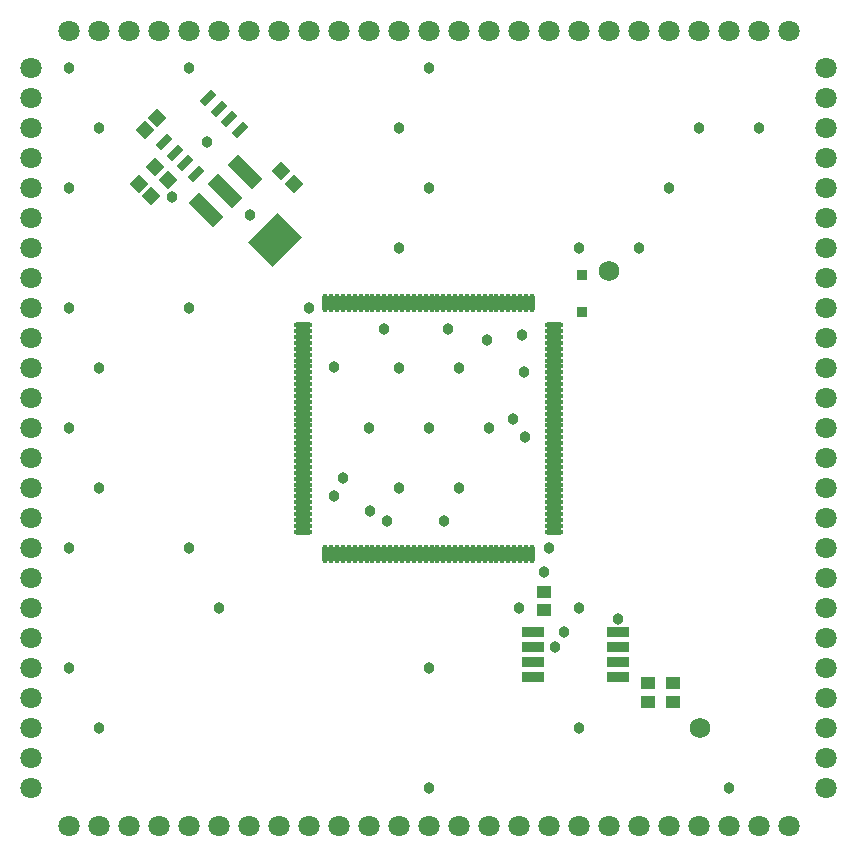
<source format=gts>
G04*
G04 #@! TF.GenerationSoftware,Altium Limited,Altium Designer,22.1.2 (22)*
G04*
G04 Layer_Color=8388736*
%FSLAX25Y25*%
%MOIN*%
G70*
G04*
G04 #@! TF.SameCoordinates,7EB5FEC4-0347-4BB5-A0A8-A435BEEEC189*
G04*
G04*
G04 #@! TF.FilePolarity,Negative*
G04*
G01*
G75*
G04:AMPARAMS|DCode=19|XSize=55.12mil|YSize=23.62mil|CornerRadius=0mil|HoleSize=0mil|Usage=FLASHONLY|Rotation=45.000|XOffset=0mil|YOffset=0mil|HoleType=Round|Shape=Rectangle|*
%AMROTATEDRECTD19*
4,1,4,-0.01114,-0.02784,-0.02784,-0.01114,0.01114,0.02784,0.02784,0.01114,-0.01114,-0.02784,0.0*
%
%ADD19ROTATEDRECTD19*%

%ADD25R,0.03740X0.03543*%
%ADD26O,0.06312X0.01784*%
%ADD27O,0.01784X0.06312*%
%ADD28R,0.07296X0.03359*%
G04:AMPARAMS|DCode=29|XSize=47.37mil|YSize=114.3mil|CornerRadius=0mil|HoleSize=0mil|Usage=FLASHONLY|Rotation=45.000|XOffset=0mil|YOffset=0mil|HoleType=Round|Shape=Rectangle|*
%AMROTATEDRECTD29*
4,1,4,0.02366,-0.05716,-0.05716,0.02366,-0.02366,0.05716,0.05716,-0.02366,0.02366,-0.05716,0.0*
%
%ADD29ROTATEDRECTD29*%

G04:AMPARAMS|DCode=30|XSize=137.92mil|YSize=114.3mil|CornerRadius=0mil|HoleSize=0mil|Usage=FLASHONLY|Rotation=45.000|XOffset=0mil|YOffset=0mil|HoleType=Round|Shape=Rectangle|*
%AMROTATEDRECTD30*
4,1,4,-0.00835,-0.08917,-0.08917,-0.00835,0.00835,0.08917,0.08917,0.00835,-0.00835,-0.08917,0.0*
%
%ADD30ROTATEDRECTD30*%

G04:AMPARAMS|DCode=31|XSize=44.61mil|YSize=46.58mil|CornerRadius=0mil|HoleSize=0mil|Usage=FLASHONLY|Rotation=225.000|XOffset=0mil|YOffset=0mil|HoleType=Round|Shape=Rectangle|*
%AMROTATEDRECTD31*
4,1,4,-0.00070,0.03224,0.03224,-0.00070,0.00070,-0.03224,-0.03224,0.00070,-0.00070,0.03224,0.0*
%
%ADD31ROTATEDRECTD31*%

%ADD32R,0.04658X0.04461*%
G04:AMPARAMS|DCode=33|XSize=44.61mil|YSize=46.58mil|CornerRadius=0mil|HoleSize=0mil|Usage=FLASHONLY|Rotation=135.000|XOffset=0mil|YOffset=0mil|HoleType=Round|Shape=Rectangle|*
%AMROTATEDRECTD33*
4,1,4,0.03224,0.00070,-0.00070,-0.03224,-0.03224,-0.00070,0.00070,0.03224,0.03224,0.00070,0.0*
%
%ADD33ROTATEDRECTD33*%

%ADD34C,0.06800*%
%ADD35C,0.07099*%
%ADD36C,0.03800*%
D19*
X166574Y350181D02*
D03*
X170109Y346645D02*
D03*
X173645Y343109D02*
D03*
X177181Y339574D02*
D03*
X162426Y324819D02*
D03*
X158890Y328355D02*
D03*
X155355Y331891D02*
D03*
X151819Y335426D02*
D03*
D25*
X291000Y291201D02*
D03*
Y278799D02*
D03*
D26*
X198268Y274449D02*
D03*
Y272480D02*
D03*
Y270512D02*
D03*
Y268543D02*
D03*
Y266575D02*
D03*
Y264606D02*
D03*
Y262638D02*
D03*
Y260669D02*
D03*
Y258701D02*
D03*
Y256732D02*
D03*
Y254764D02*
D03*
Y252795D02*
D03*
Y250827D02*
D03*
Y248858D02*
D03*
Y246890D02*
D03*
Y244921D02*
D03*
Y242953D02*
D03*
Y240984D02*
D03*
Y239016D02*
D03*
Y237047D02*
D03*
Y235079D02*
D03*
Y233110D02*
D03*
Y231142D02*
D03*
Y229173D02*
D03*
Y227205D02*
D03*
Y225236D02*
D03*
Y223268D02*
D03*
Y221299D02*
D03*
Y219331D02*
D03*
Y217362D02*
D03*
Y215394D02*
D03*
Y213425D02*
D03*
Y211457D02*
D03*
Y209488D02*
D03*
Y207520D02*
D03*
Y205551D02*
D03*
X281732D02*
D03*
Y207520D02*
D03*
Y209488D02*
D03*
Y211457D02*
D03*
Y213425D02*
D03*
Y215394D02*
D03*
Y217362D02*
D03*
Y219331D02*
D03*
Y221299D02*
D03*
Y223268D02*
D03*
Y225236D02*
D03*
Y227205D02*
D03*
Y229173D02*
D03*
Y231142D02*
D03*
Y233110D02*
D03*
Y235079D02*
D03*
Y237047D02*
D03*
Y239016D02*
D03*
Y240984D02*
D03*
Y242953D02*
D03*
Y244921D02*
D03*
Y246890D02*
D03*
Y248858D02*
D03*
Y250827D02*
D03*
Y252795D02*
D03*
Y254764D02*
D03*
Y256732D02*
D03*
Y258701D02*
D03*
Y260669D02*
D03*
Y262638D02*
D03*
Y264606D02*
D03*
Y266575D02*
D03*
Y268543D02*
D03*
Y270512D02*
D03*
Y272480D02*
D03*
Y274449D02*
D03*
D27*
X205551Y198268D02*
D03*
X207520D02*
D03*
X209488D02*
D03*
X211457D02*
D03*
X213425D02*
D03*
X215394D02*
D03*
X217362D02*
D03*
X219331D02*
D03*
X221299D02*
D03*
X223268D02*
D03*
X225236D02*
D03*
X227205D02*
D03*
X229173D02*
D03*
X231142D02*
D03*
X233110D02*
D03*
X235079D02*
D03*
X237047D02*
D03*
X239016D02*
D03*
X240984D02*
D03*
X242953D02*
D03*
X244921D02*
D03*
X246890D02*
D03*
X248858D02*
D03*
X250827D02*
D03*
X252795D02*
D03*
X254764D02*
D03*
X256732D02*
D03*
X258701D02*
D03*
X260669D02*
D03*
X262638D02*
D03*
X264606D02*
D03*
X266575D02*
D03*
X268543D02*
D03*
X270512D02*
D03*
X272480D02*
D03*
X274449D02*
D03*
Y281732D02*
D03*
X272480D02*
D03*
X270512D02*
D03*
X268543D02*
D03*
X266575D02*
D03*
X264606D02*
D03*
X262638D02*
D03*
X260669D02*
D03*
X258701D02*
D03*
X256732D02*
D03*
X254764D02*
D03*
X252795D02*
D03*
X250827D02*
D03*
X248858D02*
D03*
X246890D02*
D03*
X244921D02*
D03*
X242953D02*
D03*
X240984D02*
D03*
X239016D02*
D03*
X237047D02*
D03*
X235079D02*
D03*
X233110D02*
D03*
X231142D02*
D03*
X229173D02*
D03*
X227205D02*
D03*
X225236D02*
D03*
X223268D02*
D03*
X221299D02*
D03*
X219331D02*
D03*
X217362D02*
D03*
X215394D02*
D03*
X213425D02*
D03*
X211457D02*
D03*
X209488D02*
D03*
X207520D02*
D03*
X205551D02*
D03*
D28*
X303173Y172000D02*
D03*
Y167000D02*
D03*
Y162000D02*
D03*
Y157000D02*
D03*
X274827D02*
D03*
Y162000D02*
D03*
Y167000D02*
D03*
Y172000D02*
D03*
D29*
X178691Y325615D02*
D03*
X172287Y319212D02*
D03*
X165885Y312809D02*
D03*
D30*
X188713Y302787D02*
D03*
D31*
X145356Y339356D02*
D03*
X149644Y343644D02*
D03*
D32*
X321500Y148937D02*
D03*
Y155000D02*
D03*
X278500Y185531D02*
D03*
Y179469D02*
D03*
X313000Y148969D02*
D03*
Y155032D02*
D03*
D33*
X143356Y321644D02*
D03*
X147644Y317356D02*
D03*
X148856Y327144D02*
D03*
X153144Y322856D02*
D03*
X190713Y325787D02*
D03*
X195000Y321500D02*
D03*
D34*
X330500Y140000D02*
D03*
X300000Y292500D02*
D03*
D35*
X150000Y372500D02*
D03*
X160000D02*
D03*
X170000D02*
D03*
X180000D02*
D03*
X190000D02*
D03*
X200000D02*
D03*
X210000D02*
D03*
X220000D02*
D03*
X230000D02*
D03*
X240000D02*
D03*
X250000D02*
D03*
X260000D02*
D03*
X270000D02*
D03*
X280000D02*
D03*
X290000D02*
D03*
X300000D02*
D03*
X310000D02*
D03*
X320000D02*
D03*
X330000D02*
D03*
X340000D02*
D03*
X350000D02*
D03*
X360000D02*
D03*
X140000D02*
D03*
X130000D02*
D03*
X120000D02*
D03*
X372500Y330000D02*
D03*
Y320000D02*
D03*
Y310000D02*
D03*
Y300000D02*
D03*
Y290000D02*
D03*
Y280000D02*
D03*
Y270000D02*
D03*
Y260000D02*
D03*
Y250000D02*
D03*
Y240000D02*
D03*
Y230000D02*
D03*
Y220000D02*
D03*
Y210000D02*
D03*
Y200000D02*
D03*
Y190000D02*
D03*
Y180000D02*
D03*
Y170000D02*
D03*
Y160000D02*
D03*
Y150000D02*
D03*
Y140000D02*
D03*
Y130000D02*
D03*
Y120000D02*
D03*
Y340000D02*
D03*
Y350000D02*
D03*
Y360000D02*
D03*
X330000Y107500D02*
D03*
X320000D02*
D03*
X310000D02*
D03*
X300000D02*
D03*
X290000D02*
D03*
X280000D02*
D03*
X270000D02*
D03*
X260000D02*
D03*
X250000D02*
D03*
X240000D02*
D03*
X230000D02*
D03*
X220000D02*
D03*
X210000D02*
D03*
X200000D02*
D03*
X190000D02*
D03*
X180000D02*
D03*
X170000D02*
D03*
X160000D02*
D03*
X150000D02*
D03*
X140000D02*
D03*
X130000D02*
D03*
X120000D02*
D03*
X340000D02*
D03*
X350000D02*
D03*
X360000D02*
D03*
X107500Y150000D02*
D03*
Y160000D02*
D03*
Y170000D02*
D03*
Y180000D02*
D03*
Y190000D02*
D03*
Y200000D02*
D03*
Y210000D02*
D03*
Y220000D02*
D03*
Y230000D02*
D03*
Y240000D02*
D03*
Y250000D02*
D03*
Y260000D02*
D03*
Y270000D02*
D03*
Y280000D02*
D03*
Y290000D02*
D03*
Y300000D02*
D03*
Y310000D02*
D03*
Y320000D02*
D03*
Y330000D02*
D03*
Y340000D02*
D03*
Y350000D02*
D03*
Y360000D02*
D03*
Y140000D02*
D03*
Y130000D02*
D03*
Y120000D02*
D03*
D36*
X220500Y212497D02*
D03*
X166000Y335500D02*
D03*
X350000Y340000D02*
D03*
X340000Y120000D02*
D03*
X330000Y340000D02*
D03*
X320000Y320000D02*
D03*
X310000Y300000D02*
D03*
X290000D02*
D03*
X280000Y200000D02*
D03*
X290000Y180000D02*
D03*
Y140000D02*
D03*
X260000Y240000D02*
D03*
X270000Y180000D02*
D03*
X240000Y360000D02*
D03*
Y320000D02*
D03*
X250000Y260000D02*
D03*
X240000Y240000D02*
D03*
X250000Y220000D02*
D03*
X240000Y160000D02*
D03*
Y120000D02*
D03*
X230000Y340000D02*
D03*
Y300000D02*
D03*
Y260000D02*
D03*
X220000Y240000D02*
D03*
X230000Y220000D02*
D03*
X200000Y280000D02*
D03*
X160000Y360000D02*
D03*
Y280000D02*
D03*
Y200000D02*
D03*
X170000Y180000D02*
D03*
X120000Y360000D02*
D03*
X130000Y340000D02*
D03*
X120000Y320000D02*
D03*
Y280000D02*
D03*
X130000Y260000D02*
D03*
X120000Y240000D02*
D03*
X130000Y220000D02*
D03*
X120000Y200000D02*
D03*
Y160000D02*
D03*
X130000Y140000D02*
D03*
X180500Y311000D02*
D03*
X154607Y317000D02*
D03*
X278500Y192000D02*
D03*
X285000Y172000D02*
D03*
X303000Y176500D02*
D03*
X282000Y167000D02*
D03*
X271000Y271000D02*
D03*
X271693Y258693D02*
D03*
X208500Y217500D02*
D03*
X226000Y209000D02*
D03*
X245000D02*
D03*
X225000Y273000D02*
D03*
X208500Y260500D02*
D03*
X272000Y237000D02*
D03*
X259500Y269500D02*
D03*
X246500Y273000D02*
D03*
X211500Y223500D02*
D03*
X268000Y243000D02*
D03*
M02*

</source>
